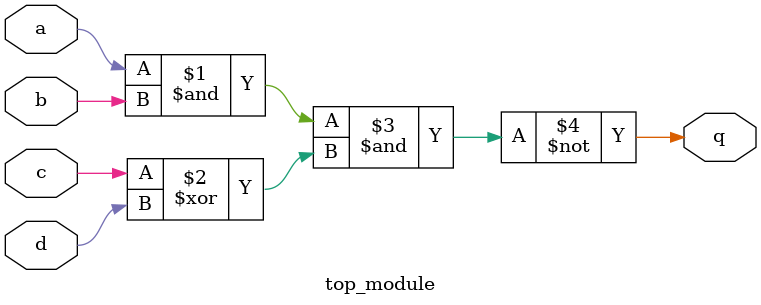
<source format=sv>
module top_module (
    input a, 
    input b, 
    input c, 
    input d,
    output q
);

    assign q = ~(a & b & (c ^ d));

endmodule

</source>
